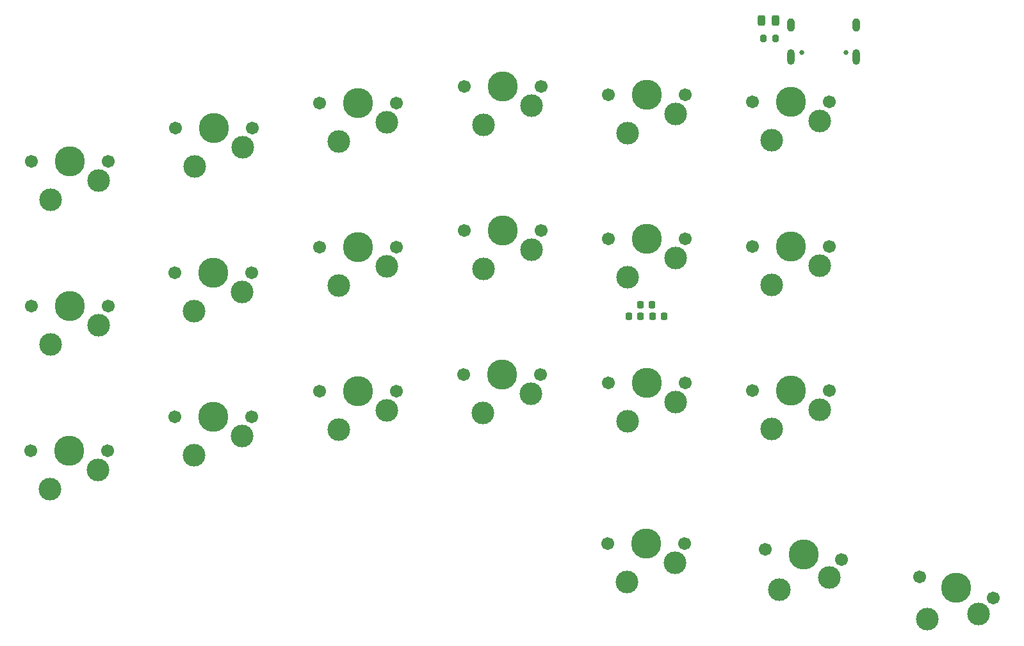
<source format=gbr>
%TF.GenerationSoftware,KiCad,Pcbnew,7.0.6*%
%TF.CreationDate,2023-07-25T14:06:58+01:00*%
%TF.ProjectId,benboard,62656e62-6f61-4726-942e-6b696361645f,rev?*%
%TF.SameCoordinates,Original*%
%TF.FileFunction,Soldermask,Top*%
%TF.FilePolarity,Negative*%
%FSLAX46Y46*%
G04 Gerber Fmt 4.6, Leading zero omitted, Abs format (unit mm)*
G04 Created by KiCad (PCBNEW 7.0.6) date 2023-07-25 14:06:58*
%MOMM*%
%LPD*%
G01*
G04 APERTURE LIST*
G04 Aperture macros list*
%AMRoundRect*
0 Rectangle with rounded corners*
0 $1 Rounding radius*
0 $2 $3 $4 $5 $6 $7 $8 $9 X,Y pos of 4 corners*
0 Add a 4 corners polygon primitive as box body*
4,1,4,$2,$3,$4,$5,$6,$7,$8,$9,$2,$3,0*
0 Add four circle primitives for the rounded corners*
1,1,$1+$1,$2,$3*
1,1,$1+$1,$4,$5*
1,1,$1+$1,$6,$7*
1,1,$1+$1,$8,$9*
0 Add four rect primitives between the rounded corners*
20,1,$1+$1,$2,$3,$4,$5,0*
20,1,$1+$1,$4,$5,$6,$7,0*
20,1,$1+$1,$6,$7,$8,$9,0*
20,1,$1+$1,$8,$9,$2,$3,0*%
G04 Aperture macros list end*
%ADD10RoundRect,0.225000X0.225000X0.250000X-0.225000X0.250000X-0.225000X-0.250000X0.225000X-0.250000X0*%
%ADD11C,1.701800*%
%ADD12C,3.000000*%
%ADD13C,3.987800*%
%ADD14RoundRect,0.225000X-0.225000X-0.250000X0.225000X-0.250000X0.225000X0.250000X-0.225000X0.250000X0*%
%ADD15RoundRect,0.243750X-0.243750X-0.456250X0.243750X-0.456250X0.243750X0.456250X-0.243750X0.456250X0*%
%ADD16RoundRect,0.218750X0.218750X0.256250X-0.218750X0.256250X-0.218750X-0.256250X0.218750X-0.256250X0*%
%ADD17RoundRect,0.200000X0.200000X0.275000X-0.200000X0.275000X-0.200000X-0.275000X0.200000X-0.275000X0*%
%ADD18C,0.650000*%
%ADD19O,1.000000X1.800000*%
%ADD20O,1.000000X2.100000*%
G04 APERTURE END LIST*
D10*
%TO.C,C21*%
X148250674Y-83339570D03*
X146700674Y-83339570D03*
%TD*%
D11*
%TO.C,SW16*%
X173201483Y-54964220D03*
D12*
X171931483Y-57504220D03*
D13*
X168121483Y-54964220D03*
D12*
X165581483Y-60044220D03*
D11*
X163041483Y-54964220D03*
%TD*%
%TO.C,SW6*%
X96880000Y-96600000D03*
D12*
X95610000Y-99140000D03*
D13*
X91800000Y-96600000D03*
D12*
X89260000Y-101680000D03*
D11*
X86720000Y-96600000D03*
%TD*%
%TO.C,SW8*%
X115998494Y-74184805D03*
D12*
X114728494Y-76724805D03*
D13*
X110918494Y-74184805D03*
D12*
X108378494Y-79264805D03*
D11*
X105838494Y-74184805D03*
%TD*%
%TO.C,SW5*%
X96879895Y-77541207D03*
D12*
X95609895Y-80081207D03*
D13*
X91799895Y-77541207D03*
D12*
X89259895Y-82621207D03*
D11*
X86719895Y-77541207D03*
%TD*%
%TO.C,SW18*%
X173196830Y-93114347D03*
D12*
X171926830Y-95654347D03*
D13*
X168116830Y-93114347D03*
D12*
X165576830Y-98194347D03*
D11*
X163036830Y-93114347D03*
%TD*%
%TO.C,SW10*%
X135069237Y-52890911D03*
D12*
X133799237Y-55430911D03*
D13*
X129989237Y-52890911D03*
D12*
X127449237Y-57970911D03*
D11*
X124909237Y-52890911D03*
%TD*%
%TO.C,SW4*%
X96884653Y-58449873D03*
D12*
X95614653Y-60989873D03*
D13*
X91804653Y-58449873D03*
D12*
X89264653Y-63529873D03*
D11*
X86724653Y-58449873D03*
%TD*%
D14*
%TO.C,C14*%
X149825000Y-83336216D03*
X151375000Y-83336216D03*
%TD*%
D11*
%TO.C,SW14*%
X154137663Y-73100569D03*
D12*
X152867663Y-75640569D03*
D13*
X149057663Y-73100569D03*
D12*
X146517663Y-78180569D03*
D11*
X143977663Y-73100569D03*
%TD*%
%TO.C,SW9*%
X115998599Y-93243598D03*
D12*
X114728599Y-95783598D03*
D13*
X110918599Y-93243598D03*
D12*
X108378599Y-98323598D03*
D11*
X105838599Y-93243598D03*
%TD*%
%TO.C,SW7*%
X116003252Y-55093471D03*
D12*
X114733252Y-57633471D03*
D13*
X110923252Y-55093471D03*
D12*
X108383252Y-60173471D03*
D11*
X105843252Y-55093471D03*
%TD*%
D15*
%TO.C,RED1*%
X164262500Y-44209486D03*
X166137500Y-44209486D03*
%TD*%
D11*
%TO.C,SW11*%
X135070000Y-71982245D03*
D12*
X133800000Y-74522245D03*
D13*
X129990000Y-71982245D03*
D12*
X127450000Y-77062245D03*
D11*
X124910000Y-71982245D03*
%TD*%
D16*
%TO.C,L4*%
X149787500Y-81800000D03*
X148212500Y-81800000D03*
%TD*%
D11*
%TO.C,SW19*%
X154115000Y-113400000D03*
D12*
X152845000Y-115940000D03*
D13*
X149035000Y-113400000D03*
D12*
X146495000Y-118480000D03*
D11*
X143955000Y-113400000D03*
%TD*%
%TO.C,SW2*%
X77845000Y-82000000D03*
D12*
X76575000Y-84540000D03*
D13*
X72765000Y-82000000D03*
D12*
X70225000Y-87080000D03*
D11*
X67685000Y-82000000D03*
%TD*%
D17*
%TO.C,R3*%
X166127883Y-46591412D03*
X164477883Y-46591412D03*
%TD*%
D11*
%TO.C,SW15*%
X154137731Y-92151836D03*
D12*
X152867731Y-94691836D03*
D13*
X149057731Y-92151836D03*
D12*
X146517731Y-97231836D03*
D11*
X143977731Y-92151836D03*
%TD*%
%TO.C,SW21*%
X194883208Y-120600237D03*
D12*
X192962287Y-122691782D03*
D13*
X189999999Y-119199999D03*
D12*
X186158157Y-123383090D03*
D11*
X185116790Y-117799761D03*
%TD*%
%TO.C,SW1*%
X77835000Y-62860000D03*
D12*
X76565000Y-65400000D03*
D13*
X72755000Y-62860000D03*
D12*
X70215000Y-67940000D03*
D11*
X67675000Y-62860000D03*
%TD*%
%TO.C,SW20*%
X174830562Y-115506999D03*
D12*
X173219422Y-117845530D03*
D13*
X169800000Y-114800000D03*
D12*
X166577720Y-119477062D03*
D11*
X164769438Y-114093001D03*
%TD*%
%TO.C,SW3*%
X77800000Y-101060000D03*
D12*
X76530000Y-103600000D03*
D13*
X72720000Y-101060000D03*
D12*
X70180000Y-106140000D03*
D11*
X67640000Y-101060000D03*
%TD*%
%TO.C,SW12*%
X135064584Y-91041038D03*
D12*
X133794584Y-93581038D03*
D13*
X129984584Y-91041038D03*
D12*
X127444584Y-96121038D03*
D11*
X124904584Y-91041038D03*
%TD*%
%TO.C,SW13*%
X154142421Y-54009235D03*
D12*
X152872421Y-56549235D03*
D13*
X149062421Y-54009235D03*
D12*
X146522421Y-59089235D03*
D11*
X143982421Y-54009235D03*
%TD*%
%TO.C,SW17*%
X173196725Y-74055554D03*
D12*
X171926725Y-76595554D03*
D13*
X168116725Y-74055554D03*
D12*
X165576725Y-79135554D03*
D11*
X163036725Y-74055554D03*
%TD*%
D18*
%TO.C,J1*%
X169590000Y-48470000D03*
X175370000Y-48470000D03*
D19*
X168160000Y-44790000D03*
D20*
X168160000Y-48990000D03*
D19*
X176800000Y-44790000D03*
D20*
X176800000Y-48990000D03*
%TD*%
M02*

</source>
